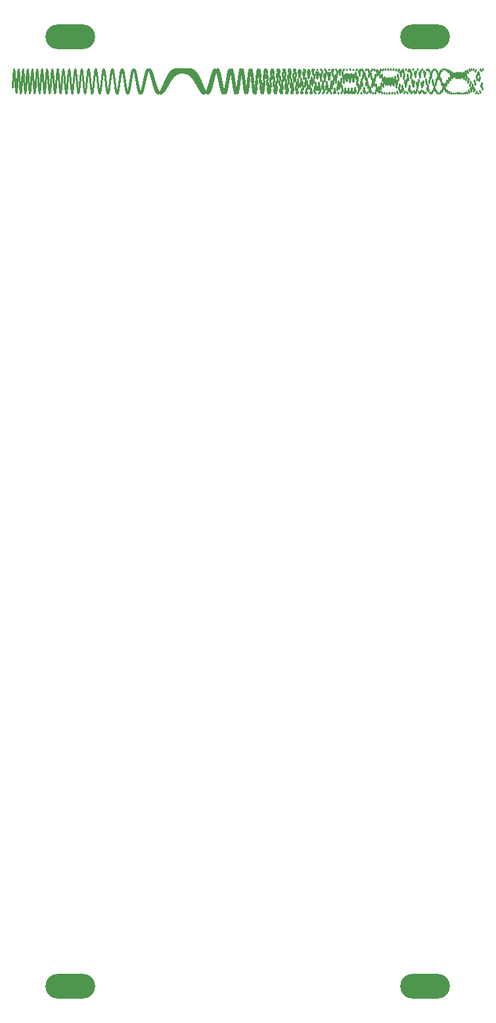
<source format=gtl>
G04 Layer: TopLayer*
G04 EasyEDA v6.5.29, 2023-07-16 15:11:24*
G04 b1c9531ddfa049bd996740377cd84ce5,5a6b42c53f6a479593ecc07194224c93,10*
G04 Gerber Generator version 0.2*
G04 Scale: 100 percent, Rotated: No, Reflected: No *
G04 Dimensions in millimeters *
G04 leading zeros omitted , absolute positions ,4 integer and 5 decimal *
%FSLAX45Y45*%
%MOMM*%

%ADD10C,0.2540*%
%ADD11O,6.4000126X3.1999936*%

%LPD*%
D10*
X812800Y12084850D02*
G01*
X821270Y11935414D01*
X2006600Y11979666D02*
G01*
X2015070Y12112396D01*
X313270Y12121040D02*
G01*
X321729Y11978840D01*
X6036729Y11941403D02*
G01*
X6045200Y11895137D01*
X6028270Y11927197D02*
G01*
X6036729Y11979412D01*
X6019800Y12156968D02*
G01*
X6028270Y12136610D01*
X6002870Y12001505D02*
G01*
X6011329Y12056275D01*
X5994400Y12125281D02*
G01*
X6002870Y12083188D01*
X5985929Y11846664D02*
G01*
X5994400Y11844144D01*
X5977470Y12069757D02*
G01*
X5985929Y12115528D01*
X5969000Y12072566D02*
G01*
X5977470Y12018248D01*
X5960529Y11845709D02*
G01*
X5969000Y11866438D01*
X5952070Y12120338D02*
G01*
X5960529Y12149886D01*
X5943600Y12013704D02*
G01*
X5952070Y11956689D01*
X5935129Y11867517D02*
G01*
X5943600Y11906697D01*
X5926670Y12149714D02*
G01*
X5935129Y12160250D01*
X5918200Y11959579D02*
G01*
X5926670Y11907334D01*
X5909729Y11902318D02*
G01*
X5918200Y11953750D01*
X5901270Y12160044D02*
G01*
X5909729Y12152195D01*
X5892800Y11916067D02*
G01*
X5901270Y11873240D01*
X5884329Y11941411D02*
G01*
X5892800Y11999236D01*
X5875870Y12156381D02*
G01*
X5884329Y12132810D01*
X5867400Y11884781D02*
G01*
X5875870Y11853367D01*
X5858929Y11978581D02*
G01*
X5867400Y12038266D01*
X5850470Y12144430D02*
G01*
X5858929Y12108601D01*
X5842000Y11864558D02*
G01*
X5850470Y11844505D01*
X5833529Y12010237D02*
G01*
X5842000Y12068868D01*
X5825070Y12129244D02*
G01*
X5833529Y12084527D01*
X5816600Y11852894D02*
G01*
X5825070Y11842805D01*
X5808129Y12034824D02*
G01*
X5816600Y12091045D01*
X5799670Y12114629D02*
G01*
X5808129Y12063884D01*
X5791200Y11847004D02*
G01*
X5799670Y11844746D01*
X5782729Y12052094D02*
G01*
X5791200Y12105792D01*
X5774270Y12103155D02*
G01*
X5782729Y12048561D01*
X5765800Y11844492D02*
G01*
X5774270Y11847573D01*
X5757329Y12062371D02*
G01*
X5765800Y12114324D01*
X5748870Y12096353D02*
G01*
X5757329Y12039518D01*
X5740400Y11843679D02*
G01*
X5748870Y11849460D01*
X5731929Y12066066D02*
G01*
X5740400Y12117616D01*
X5723470Y12094982D02*
G01*
X5731929Y12037156D01*
X5715000Y11843748D02*
G01*
X5723470Y11849491D01*
X5706529Y12063361D02*
G01*
X5715000Y12116092D01*
X5698070Y12099193D02*
G01*
X5706529Y12041571D01*
X5689600Y11844784D02*
G01*
X5698070Y11847649D01*
X5681129Y12054098D02*
G01*
X5689600Y12109531D01*
X5672670Y12108555D02*
G01*
X5681129Y12052622D01*
X5664200Y11847766D02*
G01*
X5672670Y11844820D01*
X5655729Y12037857D02*
G01*
X5664200Y12097115D01*
X5647270Y12121956D02*
G01*
X5655729Y12069787D01*
X5638800Y11854555D02*
G01*
X5647270Y11842818D01*
X5630329Y12014225D02*
G01*
X5638800Y12077618D01*
X5621870Y12137354D02*
G01*
X5630329Y12091880D01*
X5613400Y11867715D02*
G01*
X5621870Y11844431D01*
X5604929Y11983305D02*
G01*
X5613400Y12049856D01*
X5596470Y12151481D02*
G01*
X5604929Y12116600D01*
X5588000Y11890120D02*
G01*
X5596470Y11853255D01*
X5579529Y11946420D02*
G01*
X5588000Y12013331D01*
X5571070Y12159747D02*
G01*
X5579529Y12140046D01*
X5562600Y11924202D02*
G01*
X5571070Y11873260D01*
X5554129Y11906920D02*
G01*
X5562600Y11969211D01*
X5545670Y12156455D02*
G01*
X5554129Y12156567D01*
X5537200Y11970748D02*
G01*
X5545670Y11907799D01*
X5528729Y11870847D02*
G01*
X5537200Y11921418D01*
X5520270Y12135792D02*
G01*
X5528729Y12159046D01*
X5511800Y12027296D02*
G01*
X5520270Y11957979D01*
X5503329Y11846966D02*
G01*
X5511800Y11877408D01*
X5494870Y12093785D02*
G01*
X5503329Y12140313D01*
X5486400Y12086643D02*
G01*
X5494870Y12020610D01*
X5477929Y11845508D02*
G01*
X5486400Y11848089D01*
X5469470Y12031124D02*
G01*
X5477929Y12095800D01*
X5461000Y12136244D02*
G01*
X5469470Y12086338D01*
X5452529Y11875046D02*
G01*
X5461000Y11845851D01*
X5444070Y11956138D02*
G01*
X5452529Y12027265D01*
X5435600Y12159914D02*
G01*
X5444070Y12139345D01*
X5427129Y11937616D02*
G01*
X5435600Y11880166D01*
X5418670Y11886283D02*
G01*
X5427129Y11946333D01*
X5410200Y12142843D02*
G01*
X5418670Y12160237D01*
X5401729Y12023364D02*
G01*
X5410200Y11951251D01*
X5393270Y11845645D02*
G01*
X5401729Y11875411D01*
X5384800Y12079803D02*
G01*
X5393270Y12133249D01*
X5376329Y12108017D02*
G01*
X5384800Y12043971D01*
X5367870Y11856615D02*
G01*
X5376329Y11842910D01*
X5359400Y11983821D02*
G01*
X5367870Y12056833D01*
X5350929Y12157303D02*
G01*
X5359400Y12126719D01*
X5342470Y11926470D02*
G01*
X5350929Y11871195D01*
X5334000Y11889389D02*
G01*
X5342470Y11952759D01*
X5325529Y12141212D02*
G01*
X5334000Y12160211D01*
X5317070Y12034652D02*
G01*
X5325529Y11959983D01*
X5308600Y11843128D02*
G01*
X5317070Y11865780D01*
X5300129Y12054928D02*
G01*
X5308600Y12117697D01*
X5291670Y12131390D02*
G01*
X5300129Y12074649D01*
X5283200Y11879473D02*
G01*
X5291670Y11846346D01*
X5274729Y11934626D02*
G01*
X5283200Y12009028D01*
X5266270Y12157664D02*
G01*
X5274729Y12153013D01*
X5257800Y11990641D02*
G01*
X5266270Y11918025D01*
X5249329Y11850438D02*
G01*
X5257800Y11890809D01*
X5240870Y12084687D02*
G01*
X5249329Y12138378D01*
X5232400Y12113734D02*
G01*
X5240870Y12047761D01*
X5223929Y11866686D02*
G01*
X5232400Y11843085D01*
X5215470Y11949689D02*
G01*
X5223929Y12026793D01*
X5207000Y12159226D02*
G01*
X5215470Y12148908D01*
X5198529Y11985630D02*
G01*
X5207000Y11912450D01*
X5190070Y11850260D02*
G01*
X5198529Y11891540D01*
X5181600Y12079343D02*
G01*
X5190070Y12135998D01*
X5173129Y12121784D02*
G01*
X5181600Y12057428D01*
X5164670Y11876702D02*
G01*
X5173129Y11844909D01*
X5156200Y11928505D02*
G01*
X5164670Y12005431D01*
X5147729Y12153417D02*
G01*
X5156200Y12156777D01*
X5139270Y12019899D02*
G01*
X5147729Y11941243D01*
X5130800Y11843011D02*
G01*
X5139270Y11867337D01*
X5122329Y12036953D02*
G01*
X5130800Y12107788D01*
X5113870Y12148431D02*
G01*
X5122329Y12100420D01*
X5105400Y11919031D02*
G01*
X5113870Y11863207D01*
X5096929Y11879994D02*
G01*
X5105400Y11945726D01*
X5088470Y12120450D02*
G01*
X5096929Y12156770D01*
X5080000Y12088644D02*
G01*
X5088470Y12011906D01*
X5071529Y11858104D02*
G01*
X5080000Y11843176D01*
X5063070Y11952937D02*
G01*
X5071529Y12034199D01*
X5054600Y12157583D02*
G01*
X5063070Y12151357D01*
X5046129Y12011192D02*
G01*
X5054600Y11931004D01*
X5037670Y11843004D02*
G01*
X5046129Y11868609D01*
X5029200Y12028103D02*
G01*
X5037670Y12102845D01*
X5020729Y12154265D02*
G01*
X5029200Y12111997D01*
X5012270Y11942998D02*
G01*
X5020729Y11876725D01*
X5003800Y11860268D02*
G01*
X5012270Y11916072D01*
X4995329Y12086635D02*
G01*
X5003800Y12142670D01*
X4986870Y12127618D02*
G01*
X4995329Y12061416D01*
X4978400Y11895137D02*
G01*
X4986870Y11850029D01*
X4969929Y11892117D02*
G01*
X4978400Y11965899D01*
X4961470Y12124054D02*
G01*
X4969929Y12158383D01*
X4953000Y12094077D02*
G01*
X4961470Y12015111D01*
X4944529Y11867126D02*
G01*
X4953000Y11842793D01*
X4936070Y11924624D02*
G01*
X4944529Y12006907D01*
X4927600Y12144120D02*
G01*
X4936070Y12159660D01*
X4919129Y12064621D02*
G01*
X4927600Y11980379D01*
X4910670Y11853397D02*
G01*
X4919129Y11845185D01*
X4902200Y11949640D02*
G01*
X4910670Y12034961D01*
X4893729Y12153044D02*
G01*
X4902200Y12155543D01*
X4885270Y12044939D02*
G01*
X4893729Y11959033D01*
X4876800Y11847964D02*
G01*
X4885270Y11849483D01*
X4868329Y11963450D02*
G01*
X4876800Y12049732D01*
X4859870Y12155990D02*
G01*
X4868329Y12152195D01*
X4851400Y12037293D02*
G01*
X4859870Y11950644D01*
X4842929Y11846854D02*
G01*
X4851400Y11851165D01*
X4834470Y11964789D02*
G01*
X4842929Y12051883D01*
X4826000Y12155548D02*
G01*
X4834470Y12152505D01*
X4817529Y12042279D02*
G01*
X4826000Y11954700D01*
X4809070Y11848962D02*
G01*
X4817529Y11848919D01*
X4800600Y11953557D02*
G01*
X4809070Y12041548D01*
X4792129Y12151271D02*
G01*
X4800600Y12156244D01*
X4783670Y12059549D02*
G01*
X4792129Y11971479D01*
X4775200Y11856280D02*
G01*
X4783670Y11844535D01*
X4766729Y11930669D02*
G01*
X4775200Y12018114D01*
X4758270Y12139719D02*
G01*
X4766729Y12160013D01*
X4749800Y12087324D02*
G01*
X4758270Y12001672D01*
X4741329Y11873532D02*
G01*
X4749800Y11843054D01*
X4732870Y11899173D02*
G01*
X4741329Y11981289D01*
X4724400Y12115154D02*
G01*
X4732870Y12157130D01*
X4715929Y12120798D02*
G01*
X4724400Y12044573D01*
X4707470Y11906976D02*
G01*
X4715929Y11852709D01*
X4699000Y11866158D02*
G01*
X4707470Y11933516D01*
X4690529Y12071555D02*
G01*
X4699000Y12138136D01*
X4682070Y12150135D02*
G01*
X4690529Y12095137D01*
X4673600Y11961352D02*
G01*
X4682070Y11883496D01*
X4665129Y11844467D02*
G01*
X4673600Y11883306D01*
X4656670Y12006844D02*
G01*
X4665129Y12093575D01*
X4648200Y12159673D02*
G01*
X4656670Y12140717D01*
X4639729Y12034428D02*
G01*
X4648200Y11942792D01*
X4631270Y11851728D02*
G01*
X4639729Y11847728D01*
X4622800Y11929292D02*
G01*
X4631270Y12020227D01*
X4614329Y12131476D02*
G01*
X4622800Y12160219D01*
X4605870Y12110410D02*
G01*
X4614329Y12027253D01*
X4597400Y11903534D02*
G01*
X4605870Y11850377D01*
X4588929Y11862965D02*
G01*
X4597400Y11930341D01*
X4580470Y12055965D02*
G01*
X4588929Y12130384D01*
X4572000Y12157539D02*
G01*
X4580470Y12113963D01*
X4563529Y11999163D02*
G01*
X4572000Y11909971D01*
X4555070Y11844797D02*
G01*
X4563529Y11857893D01*
X4546600Y11948342D02*
G01*
X4555070Y12042470D01*
X4538129Y12138687D02*
G01*
X4546600Y12159785D01*
X4529670Y12105965D02*
G01*
X4538129Y12019414D01*
X4521200Y11904619D02*
G01*
X4529670Y11850215D01*
X4512729Y11858909D02*
G01*
X4521200Y11924289D01*
X4504270Y12040567D02*
G01*
X4512729Y12121573D01*
X4495800Y12160138D02*
G01*
X4504270Y12128129D01*
X4487329Y12029894D02*
G01*
X4495800Y11935040D01*
X4478870Y11855394D02*
G01*
X4487329Y11846278D01*
X4470400Y11908109D02*
G01*
X4478870Y11999186D01*
X4461929Y12104923D02*
G01*
X4470400Y12155487D01*
X4453470Y12142886D02*
G01*
X4461929Y12075053D01*
X4445000Y11965396D02*
G01*
X4453470Y11882475D01*
X4436529Y11842780D02*
G01*
X4445000Y11870585D01*
X4428070Y11958942D02*
G01*
X4436529Y12055866D01*
X4419600Y12138507D02*
G01*
X4428070Y12159566D01*
X4411129Y12114590D02*
G01*
X4419600Y12028251D01*
X4402670Y11924078D02*
G01*
X4411129Y11857639D01*
X4394200Y11847141D02*
G01*
X4402670Y11898157D01*
X4385729Y11994667D02*
G01*
X4394200Y12089079D01*
X4377270Y12151834D02*
G01*
X4385729Y12153082D01*
X4368800Y12093252D02*
G01*
X4377270Y11999310D01*
X4360329Y11904141D02*
G01*
X4368800Y11848901D01*
X4351870Y11852963D02*
G01*
X4360329Y11914832D01*
X4343400Y12010387D02*
G01*
X4351870Y12102541D01*
X4334929Y12155164D02*
G01*
X4343400Y12148845D01*
X4326470Y12087014D02*
G01*
X4334929Y11990771D01*
X4318000Y11901462D02*
G01*
X4326470Y11847736D01*
X4309529Y11852722D02*
G01*
X4318000Y11915117D01*
X4301070Y12005604D02*
G01*
X4309529Y12099602D01*
X4292600Y12152690D02*
G01*
X4301070Y12151593D01*
X4284129Y12097666D02*
G01*
X4292600Y12002747D01*
X4275670Y11915297D02*
G01*
X4284129Y11852516D01*
X4267200Y11846674D02*
G01*
X4275670Y11898919D01*
X4258729Y11980359D02*
G01*
X4267200Y12079429D01*
X4250270Y12141187D02*
G01*
X4258729Y12158395D01*
X4241800Y12121995D02*
G01*
X4250270Y12034992D01*
X4233329Y11948995D02*
G01*
X4241800Y11868993D01*
X4224870Y11842874D02*
G01*
X4233329Y11871548D01*
X4216400Y11936450D02*
G01*
X4224870Y12037819D01*
X4207929Y12111007D02*
G01*
X4216400Y12158339D01*
X4199470Y12149584D02*
G01*
X4207929Y12084011D01*
X4191000Y12006112D02*
G01*
X4199470Y11908259D01*
X4182529Y11857334D02*
G01*
X4191000Y11846793D01*
X4174070Y11883285D02*
G01*
X4182529Y11972975D01*
X4165600Y12051073D02*
G01*
X4174070Y12133176D01*
X4157129Y12159444D02*
G01*
X4165600Y12135916D01*
X4148670Y12080981D02*
G01*
X4157129Y11979546D01*
X4140200Y11909554D02*
G01*
X4148670Y11849323D01*
X4131729Y11845422D02*
G01*
X4140200Y11896656D01*
X4123270Y11961421D02*
G01*
X4131729Y12065012D01*
X4114800Y12122980D02*
G01*
X4123270Y12160168D01*
X4106329Y12146323D02*
G01*
X4114800Y12074735D01*
X4097870Y12006658D02*
G01*
X4106329Y11906943D01*
X4089400Y11861594D02*
G01*
X4097870Y11845305D01*
X4080929Y11871721D02*
G01*
X4089400Y11957011D01*
X4072470Y12024245D02*
G01*
X4080929Y12117349D01*
X4064000Y12151611D02*
G01*
X4072470Y12150948D01*
X4055529Y12116668D02*
G01*
X4064000Y12022869D01*
X4047070Y11958607D02*
G01*
X4055529Y11872229D01*
X4038600Y11846471D02*
G01*
X4047070Y11859399D01*
X4030129Y11897680D02*
G01*
X4038600Y11996346D01*
X4021670Y12056976D02*
G01*
X4030129Y12138291D01*
X4013200Y12158489D02*
G01*
X4021670Y12138174D01*
X4004729Y12098875D02*
G01*
X4013200Y11997743D01*
X3996270Y11940555D02*
G01*
X4004729Y11861545D01*
X3987800Y11844040D02*
G01*
X3996270Y11866910D01*
X3979329Y11904891D02*
G01*
X3987800Y12006808D01*
X3970870Y12061080D02*
G01*
X3979329Y12141027D01*
X3962400Y12158413D02*
G01*
X3970870Y12137844D01*
X3953929Y12103094D02*
G01*
X3962400Y12002002D01*
X3945470Y11950204D02*
G01*
X3953929Y11866097D01*
X3937000Y11846694D02*
G01*
X3945470Y11859983D01*
X3928529Y11889742D02*
G01*
X3937000Y11987844D01*
X3920070Y12037237D02*
G01*
X3928529Y12128103D01*
X3911600Y12151116D02*
G01*
X3920070Y12150272D01*
X3903129Y12127209D02*
G01*
X3911600Y12035426D01*
X3894670Y11989005D02*
G01*
X3903129Y11890027D01*
X3886200Y11862531D02*
G01*
X3894670Y11845800D01*
X3877729Y11860535D02*
G01*
X3886200Y11941014D01*
X3869270Y11983168D02*
G01*
X3877729Y12089495D01*
X3860800Y12121431D02*
G01*
X3869270Y12160244D01*
X3852329Y12155215D02*
G01*
X3860800Y12092792D01*
X3843870Y12056894D02*
G01*
X3852329Y11947017D01*
X3835400Y11911837D02*
G01*
X3843870Y11848195D01*
X3826929Y11842780D02*
G01*
X3835400Y11879077D01*
X3818470Y11906262D02*
G01*
X3826929Y12012109D01*
X3810000Y12048096D02*
G01*
X3818470Y12135878D01*
X3801529Y12151332D02*
G01*
X3810000Y12149167D01*
X3793070Y12133026D02*
G01*
X3801529Y12042719D01*
X3784600Y12009523D02*
G01*
X3793070Y11903613D01*
X3776129Y11880136D02*
G01*
X3784600Y11842767D01*
X3767670Y11846407D02*
G01*
X3776129Y11906900D01*
X3759200Y11933143D02*
G01*
X3767670Y12044349D01*
X3750729Y12072020D02*
G01*
X3759200Y12148276D01*
X3742270Y12156757D02*
G01*
X3750729Y12140003D01*
X3733800Y12124438D02*
G01*
X3742270Y12027390D01*
X3725329Y12000811D02*
G01*
X3733800Y11895942D01*
X3716870Y11878208D02*
G01*
X3725329Y11842892D01*
X3708400Y11845864D02*
G01*
X3716870Y11905802D01*
X3699929Y11925716D02*
G01*
X3708400Y12037517D01*
X3691470Y12059196D02*
G01*
X3699929Y12142955D01*
X3683000Y12151464D02*
G01*
X3691470Y12148058D01*
X3674529Y12138855D02*
G01*
X3683000Y12050786D01*
X3666070Y12031687D02*
G01*
X3674529Y11919910D01*
X3657600Y11904426D02*
G01*
X3666070Y11845335D01*
X3649129Y11843128D02*
G01*
X3657600Y11876539D01*
X3640670Y11887565D02*
G01*
X3649129Y11991032D01*
X3632200Y12006808D02*
G01*
X3640670Y12111906D01*
X3623729Y12122043D02*
G01*
X3632200Y12160189D01*
X3615270Y12159195D02*
G01*
X3623729Y12105896D01*
X3606800Y12095906D02*
G01*
X3615270Y11985315D01*
X3598329Y11973600D02*
G01*
X3606800Y11875505D01*
X3589870Y11869204D02*
G01*
X3598329Y11844665D01*
X3581400Y11846501D02*
G01*
X3589870Y11910474D01*
X3572929Y11917890D02*
G01*
X3581400Y12031291D01*
X3564470Y12039010D02*
G01*
X3572929Y12133615D01*
X3556000Y12137323D02*
G01*
X3564470Y12157031D01*
X3547529Y12155741D02*
G01*
X3556000Y12089165D01*
X3539070Y12084992D02*
G01*
X3547529Y11970877D01*
X3530600Y11966996D02*
G01*
X3539070Y11870717D01*
X3522129Y11869044D02*
G01*
X3530600Y11844939D01*
X3513670Y11845287D02*
G01*
X3522129Y11906620D01*
X3505200Y11907446D02*
G01*
X3513670Y12020227D01*
X3496729Y12020278D02*
G01*
X3505200Y12123036D01*
X3488270Y12122442D02*
G01*
X3496729Y12160051D01*
X3479800Y12160138D02*
G01*
X3488270Y12112835D01*
X3471329Y12114870D02*
G01*
X3479800Y12007644D01*
X3462870Y12011497D02*
G01*
X3471329Y11899861D01*
X3454400Y11903621D02*
G01*
X3462870Y11844474D01*
X3445929Y11845434D02*
G01*
X3454400Y11868348D01*
X3437470Y11864781D02*
G01*
X3445929Y11958147D01*
X3429000Y11950743D02*
G01*
X3437470Y12068639D01*
X3420529Y12060633D02*
G01*
X3429000Y12146069D01*
X3412070Y12141794D02*
G01*
X3420529Y12154184D01*
X3403600Y12156757D02*
G01*
X3412070Y12090524D01*
X3395129Y12099912D02*
G01*
X3403600Y11985995D01*
X3386670Y11998579D02*
G01*
X3395129Y11889196D01*
X3378200Y11899186D02*
G01*
X3386670Y11843575D01*
X3369729Y11845714D02*
G01*
X3378200Y11868373D01*
X3361270Y11860573D02*
G01*
X3369729Y11951307D01*
X3352800Y11935973D02*
G01*
X3361270Y12055375D01*
X3344329Y12038675D02*
G01*
X3352800Y12135865D01*
X3335870Y12125182D02*
G01*
X3344329Y12159518D01*
X3327400Y12160194D02*
G01*
X3335870Y12117748D01*
X3318929Y12130608D02*
G01*
X3327400Y12028952D01*
X3310470Y12049620D02*
G01*
X3318929Y11929739D01*
X3302000Y11950235D02*
G01*
X3310470Y11859529D01*
X3293529Y11871398D02*
G01*
X3302000Y11845008D01*
X3285070Y11842775D02*
G01*
X3293529Y11890524D01*
X3276600Y11874004D02*
G01*
X3285070Y11977570D01*
X3268129Y11952201D02*
G01*
X3276600Y12072894D01*
X3259670Y12047804D02*
G01*
X3268129Y12141454D01*
X3251200Y12126125D02*
G01*
X3259670Y12159178D01*
X3242729Y12159902D02*
G01*
X3251200Y12120946D01*
X3234270Y12138433D02*
G01*
X3242729Y12041380D01*
X3225800Y12070339D02*
G01*
X3234270Y11948728D01*
X3217329Y11979615D02*
G01*
X3225800Y11874555D01*
X3208870Y11896811D02*
G01*
X3217329Y11843047D01*
X3200400Y11848665D02*
G01*
X3208870Y11863468D01*
X3191929Y11849745D02*
G01*
X3200400Y11928010D01*
X3183470Y11898510D02*
G01*
X3191929Y12015228D01*
X3175000Y11978716D02*
G01*
X3183470Y12097512D01*
X3166529Y12065205D02*
G01*
X3175000Y12149886D01*
X3158070Y12131992D02*
G01*
X3166529Y12157402D01*
X3149600Y12159978D02*
G01*
X3158070Y12118980D01*
X3141129Y12142073D02*
G01*
X3149600Y12046905D01*
X3132670Y12084545D02*
G01*
X3141129Y11962526D01*
X3124200Y12004420D02*
G01*
X3132670Y11889717D01*
X3115729Y11924164D02*
G01*
X3124200Y11848144D01*
X3107270Y11865315D02*
G01*
X3115729Y11848157D01*
X3098800Y11842793D02*
G01*
X3107270Y11888657D01*
X3090329Y11861421D02*
G01*
X3098800Y11958035D01*
X3081870Y11915366D02*
G01*
X3090329Y12037857D01*
X3073400Y11990237D02*
G01*
X3081870Y12107905D01*
X3064929Y12067176D02*
G01*
X3073400Y12151283D01*
X3056470Y12127717D02*
G01*
X3064929Y12158327D01*
X3048000Y12158124D02*
G01*
X3056470Y12128400D01*
X3039529Y12152251D02*
G01*
X3048000Y12069478D01*
X3031070Y12112482D02*
G01*
X3039529Y11995739D01*
X3022600Y12048596D02*
G01*
X3031070Y11923974D01*
X3014129Y11975144D02*
G01*
X3022600Y11869732D01*
X3005670Y11907987D02*
G01*
X3014129Y11844040D01*
X2997200Y11860888D02*
G01*
X3005670Y11851401D01*
X2988729Y11842818D02*
G01*
X2997200Y11889303D01*
X2980270Y11856478D02*
G01*
X2988729Y11949224D01*
X2971800Y11898218D02*
G01*
X2980270Y12018751D01*
X2963329Y11959196D02*
G01*
X2971800Y12084265D01*
X2954870Y12027408D02*
G01*
X2963329Y12133615D01*
X2946400Y12090189D02*
G01*
X2954870Y12158271D01*
X2937929Y12136493D02*
G01*
X2946400Y12154626D01*
X2929470Y12158804D02*
G01*
X2937929Y12124245D01*
X2921000Y12154105D02*
G01*
X2929470Y12073216D01*
X2912529Y12124098D02*
G01*
X2921000Y12010783D01*
X2904070Y12074519D02*
G01*
X2912529Y11947530D01*
X2895600Y12013933D02*
G01*
X2904070Y11893593D01*
X2887129Y11952119D02*
G01*
X2895600Y11857055D01*
X2878670Y11898492D02*
G01*
X2887129Y11842861D01*
X2870200Y11860672D02*
G01*
X2878670Y11852313D01*
X2861729Y11843537D02*
G01*
X2870200Y11883194D01*
X2853270Y11848746D02*
G01*
X2861729Y11930359D01*
X2844800Y11874748D02*
G01*
X2853270Y11986704D01*
X2836329Y11917293D02*
G01*
X2844800Y12044332D01*
X2827870Y11970214D02*
G01*
X2836329Y12095645D01*
X2819400Y12026404D02*
G01*
X2827870Y12134367D01*
X2810929Y12078804D02*
G01*
X2819400Y12156175D01*
X2802470Y12121268D02*
G01*
X2810929Y12159109D01*
X2794000Y12149244D02*
G01*
X2802470Y12143579D01*
X2785529Y12160138D02*
G01*
X2794000Y12112117D01*
X2777070Y12153447D02*
G01*
X2785529Y12068863D01*
X2768600Y12130625D02*
G01*
X2777070Y12018987D01*
X2760129Y12094745D02*
G01*
X2768600Y11967989D01*
X2751670Y12049998D02*
G01*
X2760129Y11921114D01*
X2743200Y12001172D02*
G01*
X2751670Y11882821D01*
X2734729Y11953100D02*
G01*
X2743200Y11856405D01*
X2726270Y11910199D02*
G01*
X2734729Y11843778D01*
X2717800Y11876074D02*
G01*
X2726270Y11845460D01*
X2709329Y11853290D02*
G01*
X2717800Y11860646D01*
X2700870Y11843227D02*
G01*
X2709329Y11887410D01*
X2692400Y11846105D02*
G01*
X2700870Y11923011D01*
X2683929Y11861055D02*
G01*
X2692400Y11964187D01*
X2675470Y11886351D02*
G01*
X2683929Y12007514D01*
X2667000Y11919600D02*
G01*
X2675470Y12049663D01*
X2658529Y11958035D02*
G01*
X2667000Y12087684D01*
X2650070Y11998746D02*
G01*
X2658529Y12119155D01*
X2641600Y12038911D02*
G01*
X2650070Y12142309D01*
X2633129Y12075982D02*
G01*
X2641600Y12156119D01*
X2624670Y12107849D02*
G01*
X2633129Y12160224D01*
X2616200Y12132901D02*
G01*
X2624670Y12154923D01*
X2607729Y12150105D02*
G01*
X2616200Y12141050D01*
X2599270Y12158954D02*
G01*
X2607729Y12119874D01*
X2590800Y12159475D02*
G01*
X2599270Y12092947D01*
X2582329Y12152152D02*
G01*
X2590800Y12061997D01*
X2573870Y12137814D02*
G01*
X2582329Y12028797D01*
X2565400Y12117567D02*
G01*
X2573870Y11995050D01*
X2556929Y12092719D02*
G01*
X2565400Y11962320D01*
X2548470Y12064621D02*
G01*
X2556929Y11931959D01*
X2540000Y12034664D02*
G01*
X2548470Y11905079D01*
X2531529Y12004146D02*
G01*
X2540000Y11882511D01*
X2523070Y11974271D02*
G01*
X2531529Y11864814D01*
X2514600Y11946054D02*
G01*
X2523070Y11852280D01*
X2506129Y11920364D02*
G01*
X2514600Y11844982D01*
X2497670Y11897840D02*
G01*
X2506129Y11842755D01*
X2489200Y11878965D02*
G01*
X2497670Y11845292D01*
X2480729Y11863994D02*
G01*
X2489200Y11852145D01*
X2472270Y11853057D02*
G01*
X2480729Y11862760D01*
X2463800Y11846105D02*
G01*
X2472270Y11876547D01*
X2455329Y11842986D02*
G01*
X2463800Y11892861D01*
X2446870Y11843433D02*
G01*
X2455329Y11911098D01*
X2438400Y11847108D02*
G01*
X2446870Y11930639D01*
X2429929Y11853646D02*
G01*
X2438400Y11950928D01*
X2421470Y11862617D02*
G01*
X2429929Y11971467D01*
X2413000Y11873613D02*
G01*
X2421470Y11991807D01*
X2404529Y11886201D02*
G01*
X2413000Y12011571D01*
X2396070Y11899986D02*
G01*
X2404529Y12030453D01*
X2387600Y11914604D02*
G01*
X2396070Y12048220D01*
X2379129Y11929696D02*
G01*
X2387600Y12064690D01*
X2370670Y11944969D02*
G01*
X2379129Y12079752D01*
X2362200Y11960164D02*
G01*
X2370670Y12093338D01*
X2353729Y11975050D02*
G01*
X2362200Y12105431D01*
X2345270Y11989457D02*
G01*
X2353729Y12116041D01*
X2336800Y12003237D02*
G01*
X2345270Y12125225D01*
X2328329Y12016270D02*
G01*
X2336800Y12133046D01*
X2319870Y12028487D02*
G01*
X2328329Y12139607D01*
X2311400Y12039841D02*
G01*
X2319870Y12145007D01*
X2302929Y12050290D02*
G01*
X2311400Y12149361D01*
X2294470Y12059846D02*
G01*
X2302929Y12152790D01*
X2286000Y12068497D02*
G01*
X2294470Y12155401D01*
X2277529Y12076280D02*
G01*
X2286000Y12157329D01*
X2269070Y12083219D02*
G01*
X2277529Y12158667D01*
X2260600Y12089345D02*
G01*
X2269070Y12159536D01*
X2252129Y12094702D02*
G01*
X2260600Y12160026D01*
X2243670Y12099343D02*
G01*
X2252129Y12160232D01*
X2235200Y12103293D02*
G01*
X2243670Y12160224D01*
X2226729Y12106602D02*
G01*
X2235200Y12160082D01*
X2218270Y12109307D02*
G01*
X2226729Y12159871D01*
X2209800Y12111433D02*
G01*
X2218270Y12159630D01*
X2201329Y12113016D02*
G01*
X2209800Y12159406D01*
X2192870Y12114070D02*
G01*
X2201329Y12159234D01*
X2184400Y12114621D02*
G01*
X2192870Y12159134D01*
X2175929Y12114659D02*
G01*
X2184400Y12159109D01*
X2167470Y12114199D02*
G01*
X2175929Y12159178D01*
X2159000Y12113226D02*
G01*
X2167470Y12159312D01*
X2150529Y12111738D02*
G01*
X2159000Y12159518D01*
X2142070Y12109711D02*
G01*
X2150529Y12159754D01*
X2133600Y12107118D02*
G01*
X2142070Y12159983D01*
X2125129Y12103930D02*
G01*
X2133600Y12160168D01*
X2116670Y12100118D02*
G01*
X2125129Y12160250D01*
X2108200Y12095640D02*
G01*
X2116670Y12160163D01*
X2099729Y12090455D02*
G01*
X2108200Y12159833D01*
X2091270Y12084527D02*
G01*
X2099729Y12159183D01*
X2082800Y12077811D02*
G01*
X2091270Y12158116D01*
X2074329Y12070283D02*
G01*
X2082800Y12156528D01*
X2065870Y12061911D02*
G01*
X2074329Y12154334D01*
X2057400Y12052665D02*
G01*
X2065870Y12151400D01*
X2048929Y12042546D02*
G01*
X2057400Y12147636D01*
X2040470Y12031550D02*
G01*
X2048929Y12142911D01*
X2032000Y12019706D02*
G01*
X2040470Y12137125D01*
X2023529Y12007062D02*
G01*
X2032000Y12130173D01*
X2015070Y11993686D02*
G01*
X2023529Y12121951D01*
X1998129Y11965142D02*
G01*
X2006600Y12101438D01*
X1989670Y11950265D02*
G01*
X1998129Y12089048D01*
X1981200Y11935246D02*
G01*
X1989670Y12075213D01*
X1972729Y11920313D02*
G01*
X1981200Y12059983D01*
X1964270Y11905747D02*
G01*
X1972729Y12043432D01*
X1955800Y11891845D02*
G01*
X1964270Y12025683D01*
X1947329Y11878952D02*
G01*
X1955800Y12006925D01*
X1938870Y11867431D02*
G01*
X1947329Y11987405D01*
X1930400Y11857669D02*
G01*
X1938870Y11967418D01*
X1921929Y11850055D02*
G01*
X1930400Y11947339D01*
X1913470Y11844975D02*
G01*
X1921929Y11927580D01*
X1905000Y11842805D02*
G01*
X1913470Y11908637D01*
X1896529Y11843872D02*
G01*
X1905000Y11891025D01*
X1888070Y11848449D02*
G01*
X1896529Y11875305D01*
X1879600Y11856740D02*
G01*
X1888070Y11862066D01*
X1871129Y11868833D02*
G01*
X1879600Y11851871D01*
X1862670Y11884713D02*
G01*
X1871129Y11845274D01*
X1854200Y11904228D02*
G01*
X1862670Y11842762D01*
X1845729Y11927047D02*
G01*
X1854200Y11844746D01*
X1837270Y11952704D02*
G01*
X1845729Y11851512D01*
X1828800Y11980527D02*
G01*
X1837270Y11863189D01*
X1820329Y12009716D02*
G01*
X1828800Y11879745D01*
X1811870Y12039282D02*
G01*
X1820329Y11900923D01*
X1803400Y12068131D02*
G01*
X1811870Y11926229D01*
X1794929Y12095050D02*
G01*
X1803400Y11954967D01*
X1786470Y12118814D02*
G01*
X1794929Y11986158D01*
X1778000Y12138179D02*
G01*
X1786470Y12018639D01*
X1769529Y12152002D02*
G01*
X1778000Y12051047D01*
X1761070Y12159294D02*
G01*
X1769529Y12081880D01*
X1752600Y12159312D02*
G01*
X1761070Y12109549D01*
X1744129Y12151624D02*
G01*
X1752600Y12132505D01*
X1735670Y12136170D02*
G01*
X1744129Y12149274D01*
X1727200Y12113351D02*
G01*
X1735670Y12158619D01*
X1718729Y12084011D02*
G01*
X1727200Y12159592D01*
X1710270Y12049490D02*
G01*
X1718729Y12151692D01*
X1701800Y12011571D02*
G01*
X1710270Y12134905D01*
X1693329Y11972396D02*
G01*
X1701800Y12109785D01*
X1684870Y11934403D02*
G01*
X1693329Y12077494D01*
X1676400Y11900128D02*
G01*
X1684870Y12039785D01*
X1667929Y11872094D02*
G01*
X1676400Y11998919D01*
X1659470Y11852546D02*
G01*
X1667929Y11957588D01*
X1651000Y11843313D02*
G01*
X1659470Y11918739D01*
X1642529Y11845559D02*
G01*
X1651000Y11885350D01*
X1634070Y11859640D02*
G01*
X1642529Y11860217D01*
X1625600Y11884992D02*
G01*
X1634070Y11845696D01*
X1617129Y11920059D02*
G01*
X1625600Y11843420D01*
X1608670Y11962345D02*
G01*
X1617129Y11854124D01*
X1600200Y12008551D02*
G01*
X1608670Y11877451D01*
X1591729Y12054768D02*
G01*
X1600200Y11911898D01*
X1583270Y12096818D02*
G01*
X1591729Y11954830D01*
X1574800Y12130633D02*
G01*
X1583270Y12002615D01*
X1566329Y12152652D02*
G01*
X1574800Y12050923D01*
X1557870Y12160250D02*
G01*
X1566329Y12095055D01*
X1549400Y12152101D02*
G01*
X1557870Y12130440D01*
X1540929Y12128431D02*
G01*
X1549400Y12153112D01*
X1532470Y12091144D02*
G01*
X1540929Y12160199D01*
X1524000Y12043773D02*
G01*
X1532470Y12150354D01*
X1515529Y11991174D02*
G01*
X1524000Y12124029D01*
X1507070Y11939122D02*
G01*
X1515529Y12083602D01*
X1498600Y11893692D02*
G01*
X1507070Y12033250D01*
X1490129Y11860504D02*
G01*
X1498600Y11978573D01*
X1481670Y11844020D02*
G01*
X1490129Y11926056D01*
X1473200Y11846867D02*
G01*
X1481670Y11882277D01*
X1464729Y11869341D02*
G01*
X1473200Y11853080D01*
X1456270Y11909176D02*
G01*
X1464729Y11842750D01*
X1447800Y11961657D02*
G01*
X1456270Y11853273D01*
X1439329Y12020085D02*
G01*
X1447800Y11883900D01*
X1430870Y12076534D02*
G01*
X1439329Y11931060D01*
X1422400Y12122975D02*
G01*
X1430870Y11988614D01*
X1413929Y12152368D02*
G01*
X1422400Y12048596D01*
X1405470Y12159858D02*
G01*
X1413929Y12102269D01*
X1397000Y12143643D02*
G01*
X1405470Y12141372D01*
X1388529Y12105505D02*
G01*
X1397000Y12159487D01*
X1380070Y12050755D02*
G01*
X1388529Y12153150D01*
X1371600Y11987639D02*
G01*
X1380070Y12122645D01*
X1363129Y11926194D02*
G01*
X1371600Y12072231D01*
X1354670Y11876651D02*
G01*
X1363129Y12009673D01*
X1346200Y11847723D02*
G01*
X1354670Y11945162D01*
X1337729Y11844975D02*
G01*
X1346200Y11889747D01*
X1329270Y11869613D02*
G01*
X1337729Y11853359D01*
X1320800Y11917982D02*
G01*
X1329270Y11843016D01*
X1312329Y11981942D02*
G01*
X1320800Y11861304D01*
X1303870Y12050054D02*
G01*
X1312329Y11905604D01*
X1295400Y12109604D02*
G01*
X1303870Y11968286D01*
X1286929Y12148957D02*
G01*
X1295400Y12037832D01*
X1278470Y12159896D02*
G01*
X1286929Y12100892D01*
X1270000Y12139543D02*
G01*
X1278470Y12144801D01*
X1261529Y12091200D02*
G01*
X1270000Y12160244D01*
X1253070Y12024085D02*
G01*
X1261529Y12143333D01*
X1244600Y11951741D02*
G01*
X1253070Y12096793D01*
X1236129Y11889376D02*
G01*
X1244600Y12029739D01*
X1227670Y11850674D02*
G01*
X1236129Y11956107D01*
X1219200Y11844672D02*
G01*
X1227670Y11891825D01*
X1210729Y11873489D02*
G01*
X1219200Y11851401D01*
X1202270Y11931426D02*
G01*
X1210729Y11844505D01*
X1193800Y12005858D02*
G01*
X1202270Y11873501D01*
X1185329Y12079820D02*
G01*
X1193800Y11932480D01*
X1176870Y12135779D02*
G01*
X1185329Y12008172D01*
X1168400Y12159896D02*
G01*
X1176870Y12082802D01*
X1159929Y12145578D02*
G01*
X1168400Y12138174D01*
X1151470Y12095515D02*
G01*
X1159929Y12160176D01*
X1143000Y12021505D02*
G01*
X1151470Y12142558D01*
X1134529Y11941893D02*
G01*
X1143000Y12088949D01*
X1126070Y11877154D02*
G01*
X1134529Y12012414D01*
X1117600Y11844586D02*
G01*
X1126070Y11932511D01*
X1109129Y11853514D02*
G01*
X1117600Y11870400D01*
X1100670Y11902404D02*
G01*
X1109129Y11843176D01*
X1092200Y11978703D02*
G01*
X1100670Y11858995D01*
X1083729Y12061807D02*
G01*
X1092200Y11914360D01*
X1075270Y12128487D02*
G01*
X1083729Y11994522D01*
X1066800Y12159419D02*
G01*
X1075270Y12077171D01*
X1058329Y12144956D02*
G01*
X1066800Y12138520D01*
X1049870Y12088446D02*
G01*
X1058329Y12160219D01*
X1041400Y12005828D02*
G01*
X1049870Y12135078D01*
X1032929Y11921411D02*
G01*
X1041400Y12069732D01*
X1024470Y11860857D02*
G01*
X1032929Y11983275D01*
X1016000Y11843270D02*
G01*
X1024470Y11901914D01*
X1007529Y11874952D02*
G01*
X1016000Y11851109D01*
X999070Y11946798D02*
G01*
X1007529Y11847469D01*
X990600Y12036554D02*
G01*
X999070Y11893021D01*
X982129Y12115464D02*
G01*
X990600Y11973923D01*
X973670Y12157440D02*
G01*
X982129Y12064306D01*
X965200Y12147903D02*
G01*
X973670Y12134372D01*
X956729Y12089129D02*
G01*
X965200Y12160244D01*
X948270Y12000247D02*
G01*
X956729Y12132350D01*
X939800Y11911322D02*
G01*
X948270Y12059351D01*
X931329Y11853311D02*
G01*
X939800Y11965843D01*
X922870Y11847177D02*
G01*
X931329Y11884390D01*
X914400Y11895985D02*
G01*
X922870Y11844182D01*
X905929Y11983069D02*
G01*
X914400Y11860392D01*
X897470Y12077316D02*
G01*
X905929Y11928053D01*
X889000Y12144095D02*
G01*
X897470Y12023105D01*
X880529Y12158060D02*
G01*
X889000Y12110585D01*
X872070Y12113089D02*
G01*
X880529Y12157435D01*
X863600Y12025381D02*
G01*
X872070Y12145157D01*
X855129Y11928040D02*
G01*
X863600Y12077539D01*
X846670Y11858840D02*
G01*
X855129Y11980006D01*
X838200Y11845460D02*
G01*
X846670Y11890461D01*
X829729Y11894088D02*
G01*
X838200Y11844621D01*
X821270Y11986140D02*
G01*
X829729Y11861584D01*
X804329Y12149800D02*
G01*
X812800Y12036686D01*
X795870Y12153534D02*
G01*
X804329Y12123844D01*
X787400Y12093575D02*
G01*
X795870Y12160176D01*
X778929Y11994362D02*
G01*
X787400Y12129554D01*
X770470Y11897766D02*
G01*
X778929Y12044083D01*
X762000Y11845546D02*
G01*
X770470Y11939866D01*
X753529Y11861129D02*
G01*
X762000Y11862054D01*
X745070Y11938619D02*
G01*
X753529Y11845287D01*
X736600Y12044413D02*
G01*
X745070Y11897885D01*
X728129Y12131377D02*
G01*
X736600Y11997215D01*
X719670Y12159802D02*
G01*
X728129Y12098901D01*
X711200Y12115855D02*
G01*
X719670Y12156447D01*
X702729Y12018863D02*
G01*
X711200Y12142663D01*
X694270Y11913374D02*
G01*
X702729Y12062995D01*
X685800Y11848970D02*
G01*
X694270Y11954060D01*
X677329Y11856813D02*
G01*
X685800Y11867225D01*
X668870Y11934111D02*
G01*
X677329Y11844423D01*
X660400Y12044344D02*
G01*
X668870Y11897530D01*
X651929Y12134075D02*
G01*
X660400Y12001611D01*
X643470Y12158786D02*
G01*
X651929Y12106038D01*
X635000Y12105350D02*
G01*
X643470Y12158903D01*
X626529Y11999589D02*
G01*
X635000Y12133021D01*
X618070Y11894398D02*
G01*
X626529Y12040494D01*
X609600Y11843519D02*
G01*
X618070Y11927718D01*
X601129Y11873842D02*
G01*
X609600Y11852516D01*
X592670Y11970618D02*
G01*
X601129Y11854408D01*
X584200Y12083933D02*
G01*
X592670Y11933361D01*
X575729Y12154080D02*
G01*
X584200Y12048591D01*
X567270Y12143135D02*
G01*
X575729Y12139147D01*
X558800Y12056013D02*
G01*
X567270Y12156069D01*
X550329Y11939041D02*
G01*
X558800Y12089320D01*
X541870Y11855797D02*
G01*
X550329Y11974357D01*
X533400Y11852554D02*
G01*
X541870Y11873953D01*
X524929Y11932046D02*
G01*
X533400Y11844020D01*
X516470Y12050712D02*
G01*
X524929Y11902137D01*
X508000Y12141987D02*
G01*
X516470Y12016519D01*
X499529Y12153620D02*
G01*
X508000Y12122731D01*
X491070Y12078035D02*
G01*
X499529Y12159797D01*
X482600Y11957954D02*
G01*
X491070Y12105512D01*
X474129Y11862859D02*
G01*
X482600Y11990481D01*
X465670Y11848871D02*
G01*
X474129Y11881543D01*
X457200Y11925145D02*
G01*
X465670Y11843209D01*
X448729Y12047197D02*
G01*
X457200Y11899094D01*
X440270Y12142167D02*
G01*
X448729Y12016648D01*
X431800Y12152282D02*
G01*
X440270Y12125406D01*
X423329Y12070463D02*
G01*
X431800Y12158959D01*
X414870Y11946023D02*
G01*
X423329Y12095906D01*
X406400Y11855549D02*
G01*
X414870Y11974250D01*
X397929Y11855810D02*
G01*
X406400Y11869216D01*
X389470Y11947585D02*
G01*
X397929Y11846923D01*
X381000Y12073742D02*
G01*
X389470Y11922330D01*
X372529Y12154227D02*
G01*
X381000Y12048380D01*
X364070Y12136927D02*
G01*
X372529Y12144722D01*
X355600Y12032033D02*
G01*
X364070Y12148802D01*
X347129Y11906968D02*
G01*
X355600Y12057037D01*
X338670Y11843519D02*
G01*
X347129Y11928629D01*
X330200Y11884167D02*
G01*
X338670Y11847939D01*
X321729Y12002919D02*
G01*
X330200Y11869061D01*
X304800Y12158941D02*
G01*
X313270Y12104179D01*
X296329Y12090133D02*
G01*
X304800Y12160224D01*
X287870Y11960616D02*
G01*
X296329Y12108055D01*
X279400Y11858861D02*
G01*
X287870Y11982505D01*
X270929Y11855561D02*
G01*
X279400Y11869775D01*
X262470Y11953925D02*
G01*
X270929Y11848485D01*
X254000Y12085904D02*
G01*
X262470Y11934416D01*
X245529Y12158649D02*
G01*
X254000Y12067895D01*
X237070Y12119935D02*
G01*
X245529Y12154562D01*
X228600Y11996453D02*
G01*
X237070Y12132040D01*
X220129Y11876293D02*
G01*
X228600Y12015558D01*
X211670Y11846501D02*
G01*
X220129Y11888607D01*
X203200Y11929579D02*
G01*
X211670Y11843593D01*
X194729Y12065594D02*
G01*
X203200Y11914225D01*
X186270Y12154649D02*
G01*
X194729Y12049404D01*
X177800Y12130217D02*
G01*
X186270Y12149353D01*
X169329Y12009579D02*
G01*
X177800Y12139122D01*
X160870Y11882592D02*
G01*
X169329Y12025467D01*
X152400Y11845206D02*
G01*
X160870Y11893433D01*
X143929Y11926620D02*
G01*
X152400Y11843270D01*
X135470Y12065515D02*
G01*
X143929Y11914050D01*
X127000Y12155444D02*
G01*
X135470Y12052287D01*
X118529Y12126379D02*
G01*
X127000Y12151517D01*
X110070Y11999986D02*
G01*
X118529Y12134148D01*
X101600Y11874500D02*
G01*
X110070Y12012841D01*
X93129Y11848802D02*
G01*
X101600Y11882338D01*
X84670Y11944065D02*
G01*
X93129Y11845968D01*
X76200Y12085302D02*
G01*
X84670Y11933461D01*
X67729Y12159668D02*
G01*
X76200Y12075673D01*
X59270Y12106696D02*
G01*
X67729Y12158400D01*
X50800Y11968342D02*
G01*
X59270Y12114138D01*
X42329Y11856727D02*
G01*
X50800Y11977979D01*
X33870Y11863547D02*
G01*
X42329Y11860814D01*
X25400Y11984075D02*
G01*
X33870Y11859351D01*
X16929Y12119284D02*
G01*
X25400Y11975665D01*
X8470Y12156627D02*
G01*
X16929Y12113734D01*
X0Y12064100D02*
G01*
X8470Y12158073D01*
X-8470Y11918665D02*
G01*
X0Y12070648D01*
X6011329Y11878177D02*
G01*
X6019800Y11851345D01*
X6045200Y12152584D02*
G01*
X6053670Y12160163D01*
D11*
G01*
X736600Y12573000D03*
G01*
X736600Y330200D03*
G01*
X5308600Y12573000D03*
G01*
X5308600Y330200D03*
M02*

</source>
